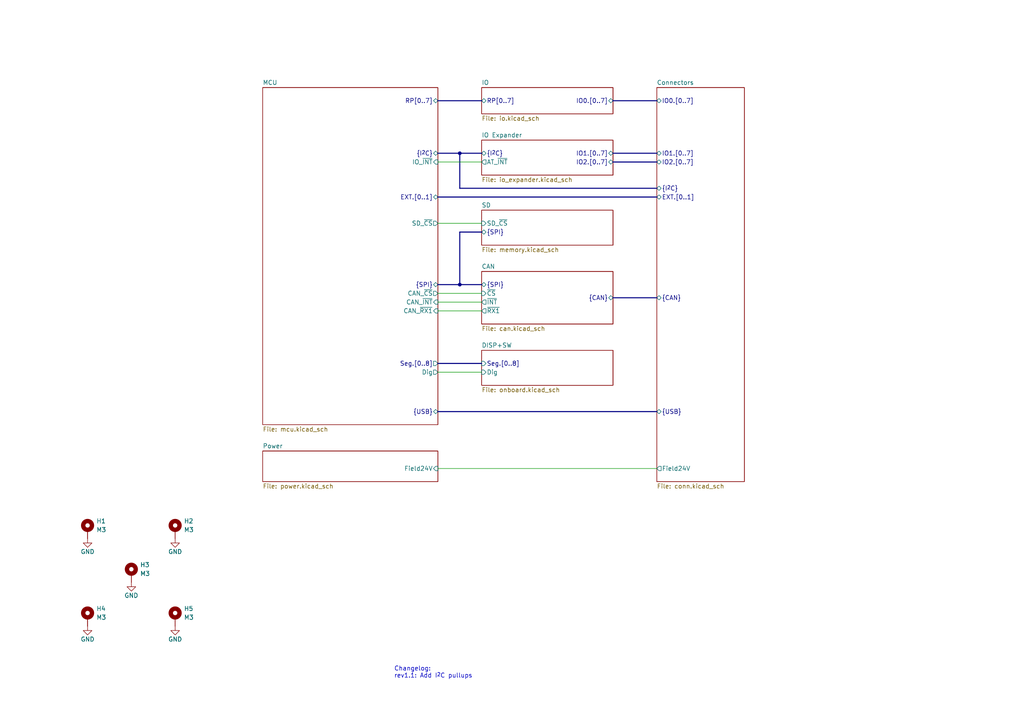
<source format=kicad_sch>
(kicad_sch (version 20211123) (generator eeschema)
  (paper "A4")
  (title_block (title "[canbrd] CAN/RS485 IO board") (date "2022-03-18") (rev "1.1"))
  (lib_symbols
    (symbol "Mechanical:MountingHole_Pad" (pin_numbers hide) (pin_names (offset 1.016) hide)
      (property "Reference" "H" (at 0 6.35 0))
      (property "Value" "MountingHole_Pad" (at 0 4.445 0))
      (symbol "MountingHole_Pad_0_1"
        (circle (center 0 1.27) (radius 1.27) (stroke (width 1.27)))
      )
      (symbol "MountingHole_Pad_1_1"
        (pin input line (at 0 -2.54 90) (length 2.54) (name "1") (number "1"))
      )
    )
    (symbol "power:GND" (power) (pin_names (offset 0))
      (property "Value" "GND" (at 0 -3.81 0))
      (symbol "GND_0_1"
        (polyline (pts (xy 0 0) (xy 0 -1.27) (xy 1.27 -1.27) (xy 0 -2.54) (xy -1.27 -1.27) (xy 0 -1.27)))
      )
      (symbol "GND_1_1"
        (pin power_in line (at 0 0 270) (length 0) hide (name "GND") (number "1"))
      )
    )
  )
  (bus_alias "SPI" (members "MOSI" "MISO" "SCK"))
  (bus_alias "USB" (members "USB+" "USB-"))
  (bus_alias "I^{2}C" (members "SDA" "SCL"))
  (bus_alias "CAN" (members "CANH" "CANL"))
  (junction (at 133.35 82.55))
  (junction (at 133.35 44.45))
  (bus (pts (xy 133.35 44.45) (xy 139.7 44.45)))
  (bus (pts (xy 133.35 54.61) (xy 190.5 54.61)))
  (bus (pts (xy 133.35 82.55) (xy 139.7 82.55)))
  (wire (pts (xy 127 135.89) (xy 190.5 135.89)))
  (bus (pts (xy 139.7 67.31) (xy 133.35 67.31)))
  (bus (pts (xy 177.8 29.2099) (xy 177.8 29.21)))
  (wire (pts (xy 127 87.63) (xy 139.7 87.63)))
  (wire (pts (xy 127 85.09) (xy 139.7 85.09)))
  (bus (pts (xy 127 105.41) (xy 139.7 105.41)))
  (bus (pts (xy 177.8 44.45) (xy 190.5 44.45)))
  (bus (pts (xy 190.5 29.2099) (xy 177.8 29.2099)))
  (bus (pts (xy 127 29.21) (xy 139.7 29.21)))
  (bus (pts (xy 133.35 67.31) (xy 133.35 82.55)))
  (bus (pts (xy 177.8 46.99) (xy 190.5 46.99)))
  (wire (pts (xy 127 46.99) (xy 139.7 46.99)))
  (bus (pts (xy 133.35 82.55) (xy 127 82.55)))
  (wire (pts (xy 127 90.17) (xy 139.7 90.17)))
  (bus (pts (xy 133.35 54.61) (xy 133.35 44.45)))
  (wire (pts (xy 127 64.77) (xy 139.7 64.77)))
  (bus (pts (xy 177.8 86.36) (xy 190.5 86.36)))
  (bus (pts (xy 127 119.38) (xy 190.5 119.38)))
  (bus (pts (xy 127 57.15) (xy 190.5 57.15)))
  (wire (pts (xy 127 107.95) (xy 139.7 107.95)))
  (bus (pts (xy 127 44.45) (xy 133.35 44.45)))
  (text "Changelog:\nrev1.1: Add I^{2}C pullups" (at 114.3 196.85 0) (effects (font (size 1.27 1.27)) (justify left bottom)))
  (symbol (lib_id "Mechanical:MountingHole_Pad") (at 25.4 179.07 0) (unit 1)
    (property "Reference" "H4" (at 27.94 176.5299 0) (effects (justify left)))
    (property "Value" "M3" (at 27.94 179.0699 0) (effects (justify left)))
    (property "Footprint" "MountingHole:MountingHole_3.2mm_M3_Pad_Via" (effects hide))
  )
  (symbol (lib_id "power:GND") (at 25.4 181.61 0) (unit 1)
    (property "Reference" "#PWR04" (effects hide))
    (property "Value" "GND" (at 25.4 185.42 0))
  )
  (symbol (lib_id "Mechanical:MountingHole_Pad") (at 50.8 153.67 0) (unit 1)
    (property "Reference" "H2" (at 53.34 151.1299 0) (effects (justify left)))
    (property "Value" "M3" (at 53.34 153.6699 0) (effects (justify left)))
    (property "Footprint" "MountingHole:MountingHole_3.2mm_M3_Pad_Via" (effects hide))
  )
  (symbol (lib_id "Mechanical:MountingHole_Pad") (at 38.1 166.37 0) (unit 1)
    (property "Reference" "H3" (at 40.64 163.8299 0) (effects (justify left)))
    (property "Value" "M3" (at 40.64 166.3699 0) (effects (justify left)))
    (property "Footprint" "MountingHole:MountingHole_3.2mm_M3_Pad_Via" (effects hide))
  )
  (symbol (lib_id "power:GND") (at 50.8 181.61 0) (unit 1)
    (property "Reference" "#PWR05" (effects hide))
    (property "Value" "GND" (at 50.8 185.42 0))
  )
  (symbol (lib_id "power:GND") (at 50.8 156.21 0) (unit 1)
    (property "Reference" "#PWR02" (effects hide))
    (property "Value" "GND" (at 50.8 160.02 0))
  )
  (symbol (lib_id "Mechanical:MountingHole_Pad") (at 50.8 179.07 0) (unit 1)
    (property "Reference" "H5" (at 53.34 176.5299 0) (effects (justify left)))
    (property "Value" "M3" (at 53.34 179.0699 0) (effects (justify left)))
    (property "Footprint" "MountingHole:MountingHole_3.2mm_M3_Pad_Via" (effects hide))
  )
  (symbol (lib_id "Mechanical:MountingHole_Pad") (at 25.4 153.67 0) (unit 1)
    (property "Reference" "H1" (at 27.94 151.1299 0) (effects (justify left)))
    (property "Value" "M3" (at 27.94 153.6699 0) (effects (justify left)))
    (property "Footprint" "MountingHole:MountingHole_3.2mm_M3_Pad_Via" (effects hide))
  )
  (symbol (lib_id "power:GND") (at 38.1 168.91 0) (unit 1)
    (property "Reference" "#PWR03" (effects hide))
    (property "Value" "GND" (at 38.1 172.72 0))
  )
  (symbol (lib_id "power:GND") (at 25.4 156.21 0) (unit 1)
    (property "Reference" "#PWR01" (effects hide))
    (property "Value" "GND" (at 25.4 160.02 0))
  )
  (sheet (at 76.2 130.81) (size 50.8 8.89) (stroke (width 0.1524))
    (property "Sheet name" "Power" (at 76.2 130.0984 0) (effects (justify left bottom)))
    (property "Sheet file" "power.kicad_sch" (at 76.2 140.2846 0) (effects (justify left top)))
    (pin "Field24V" input (at 127 135.89 0))
  )
  (sheet (at 190.5 25.4) (size 25.4 114.3) (stroke (width 0.1524))
    (property "Sheet name" "Connectors" (at 190.5 24.6884 0) (effects (justify left bottom)))
    (property "Sheet file" "conn.kicad_sch" (at 190.5 140.2846 0) (effects (justify left top)))
    (pin "IO0.[0..7]" bidirectional (at 190.5 29.2099 180))
    (pin "IO1.[0..7]" bidirectional (at 190.5 44.45 180))
    (pin "IO2.[0..7]" bidirectional (at 190.5 46.99 180))
    (pin "{CAN}" bidirectional (at 190.5 86.36 180))
    (pin "{USB}" bidirectional (at 190.5 119.38 180))
    (pin "{I^{2}C}" bidirectional (at 190.5 54.61 180))
    (pin "Field24V" output (at 190.5 135.89 180))
    (pin "EXT.[0..1]" bidirectional (at 190.5 57.15 180))
  )
  (sheet (at 139.7 78.74) (size 38.1 15.24) (stroke (width 0.1524))
    (property "Sheet name" "CAN" (at 139.7 78.0284 0) (effects (justify left bottom)))
    (property "Sheet file" "can.kicad_sch" (at 139.7 94.5646 0) (effects (justify left top)))
    (pin "~{CS}" input (at 139.7 85.09 180))
    (pin "~{INT}" output (at 139.7 87.63 180))
    (pin "~{RX1}" output (at 139.7 90.17 180))
    (pin "{SPI}" bidirectional (at 139.7 82.55 180))
    (pin "{CAN}" bidirectional (at 177.8 86.36 0))
  )
  (sheet (at 139.7 101.6) (size 38.1 10.16) (stroke (width 0.1524))
    (property "Sheet name" "DISP+SW" (at 139.7 100.8884 0) (effects (justify left bottom)))
    (property "Sheet file" "onboard.kicad_sch" (at 139.7 112.3446 0) (effects (justify left top)))
    (pin "Seg.[0..8]" input (at 139.7 105.41 180))
    (pin "Dig" input (at 139.7 107.95 180))
  )
  (sheet (at 139.7 25.4) (size 38.1 7.62) (stroke (width 0.1524))
    (property "Sheet name" "IO" (at 139.7 24.6884 0) (effects (justify left bottom)))
    (property "Sheet file" "io.kicad_sch" (at 139.7 33.6046 0) (effects (justify left top)))
    (pin "RP[0..7]" bidirectional (at 139.7 29.21 180))
    (pin "IO0.[0..7]" bidirectional (at 177.8 29.21 0))
  )
  (sheet (at 76.2 25.4) (size 50.8 97.79) (stroke (width 0.1524))
    (property "Sheet name" "MCU" (at 76.2 24.6884 0) (effects (justify left bottom)))
    (property "Sheet file" "mcu.kicad_sch" (at 76.2 123.7746 0) (effects (justify left top)))
    (pin "Dig" output (at 127 107.95 0))
    (pin "CAN_~{RX1}" input (at 127 90.17 0))
    (pin "CAN_~{INT}" input (at 127 87.63 0))
    (pin "CAN_~{CS}" output (at 127 85.09 0))
    (pin "IO_~{INT}" input (at 127 46.99 0))
    (pin "SD_~{CS}" output (at 127 64.77 0))
    (pin "Seg.[0..8]" output (at 127 105.41 0))
    (pin "{I^{2}C}" bidirectional (at 127 44.45 0))
    (pin "{SPI}" bidirectional (at 127 82.55 0))
    (pin "RP[0..7]" bidirectional (at 127 29.21 0))
    (pin "{USB}" bidirectional (at 127 119.38 0))
    (pin "EXT.[0..1]" bidirectional (at 127 57.15 0))
  )
  (sheet (at 139.7 40.64) (size 38.1 10.16) (stroke (width 0.1524))
    (property "Sheet name" "IO Expander" (at 139.7 39.9284 0) (effects (justify left bottom)))
    (property "Sheet file" "io_expander.kicad_sch" (at 139.7 51.3846 0) (effects (justify left top)))
    (pin "{I^{2}C}" bidirectional (at 139.7 44.45 180))
    (pin "AT_~{INT}" output (at 139.7 46.99 180))
    (pin "IO2.[0..7]" bidirectional (at 177.8 46.99 0))
    (pin "IO1.[0..7]" bidirectional (at 177.8 44.45 0))
  )
  (sheet (at 139.7 60.96) (size 38.1 10.16) (stroke (width 0.1524))
    (property "Sheet name" "SD" (at 139.7 60.2484 0) (effects (justify left bottom)))
    (property "Sheet file" "memory.kicad_sch" (at 139.7 71.7046 0) (effects (justify left top)))
    (pin "{SPI}" bidirectional (at 139.7 67.31 180))
    (pin "SD_~{CS}" input (at 139.7 64.77 180))
  )
)
</source>
